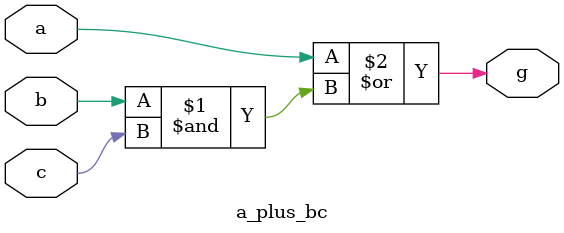
<source format=v>
module brent_kung(
	input [15:0] A,B,
	input cin,
	output [15:0] Add_Out,
	output Cout
);

	/*
		*************************************************************
		****************this is for 8bit adder***********************
		*************************************************************
		pigi	pigi	pigi 	pigi	pigi	pigi	pigi	pigi

		    pigi2	    pigi2	    pigi2	   pigi2

			     pigi3	     		    pigi3

				    	   pigi4


	*/


	wire [15:0]p0i,g0i;
	wire [7:0] p1i,g1i;
	wire [3:0] p2i,g2i;
	wire [1:0] p3i,g3i;
	wire 	   p4i,g4i;

	assign p0i = A ^ B;
	assign g0i = A & B;


	// level 1
	genvar i;
	generate
	for(i = 0; i < 8; i = i+1)
		begin : lev1 
			a_plus_bc l1 (g0i[2*i+1],g0i[2*i],p0i[2*i+1],g1i[i]);
			anda l1a (p1i[i],p0i[2*i+1],p0i[2*i]);
		end
	endgenerate
	
	// level 2
	genvar j;
	generate
	for(j = 0; j < 4; j = j+1)
		begin : lev2
			a_plus_bc l2 (g1i[2*j+1],g1i[2*j],p1i[2*j+1],g2i[j]);
			anda l2a (p2i[j],p1i[2*j+1],p1i[2*j]);
		end
	endgenerate
	
	// level 3
	genvar k;
	generate
	for(k = 0; k < 2; k = k+1)
		begin : lev3
			a_plus_bc l3 (g2i[2*k+1],g2i[2*k],p2i[2*k+1],g3i[k]);
			anda l3a (p3i[k],p2i[2*k+1],p2i[2*k]);
		end
	endgenerate
		
	a_plus_bc l4 (g3i[1],g3i[0],p3i[1],g4i);
	and l4a (p4i,p3i[1],p3i[0]);


	wire [16:1] carry;
	// Iter 0	
			   // can we make this '0' as carryin from ports?
	a_plus_bc carry16( g4i , p4i  ,cin,carry[16]);
	a_plus_bc carry8 (g3i[0],p3i[0],cin,carry[8]);
	a_plus_bc carry4 (g2i[0],p2i[0],cin,carry[4]);
	a_plus_bc carry2 (g1i[0],p1i[0],cin,carry[2]);
	a_plus_bc carry1 (g0i[0],p0i[0],cin,carry[1]);

	// Iter 1
	a_plus_bc carry3 (g0i[2],p0i[2],carry[2],carry[3]);
	a_plus_bc carry5 (g0i[4],p0i[4],carry[4],carry[5]);
	a_plus_bc carry6 (g1i[2],p1i[2],carry[4],carry[6]);
	a_plus_bc carry9 (g0i[8],p0i[8],carry[8],carry[9]);
		//a_plus_bc carry12 (g2i[1],p2i[1],carry[8],carry[12]);
		a_plus_bc carry12 (g2i[2],p2i[2],carry[8],carry[12]);
	
	// Iter 2
	a_plus_bc carry7 (g0i[6],p0i[6],carry[6],carry[7]);
	a_plus_bc carry10 (g0i[9],p0i[9],carry[9],carry[10]);
	a_plus_bc carry13 (g0i[12],p0i[12],carry[12],carry[13]);
	a_plus_bc carry14 (g1i[6],p1i[6],carry[12],carry[14]);
	
	// Iter 3
	a_plus_bc carry11 (g0i[10],p0i[10],carry[10],carry[11]);
	a_plus_bc carry15 (g0i[14],p0i[14],carry[14],carry[15]);

	assign Add_Out = p0i ^ {carry[15:1] , cin}; 
	assign Cout = carry[16];


endmodule

module anda (
	output andO,
	input a,b
	);
	
	assign andO = a & b;

endmodule


module a_plus_bc (
	input a,b,c,
	output g
	);

	assign g = a | (b&c);

endmodule

</source>
